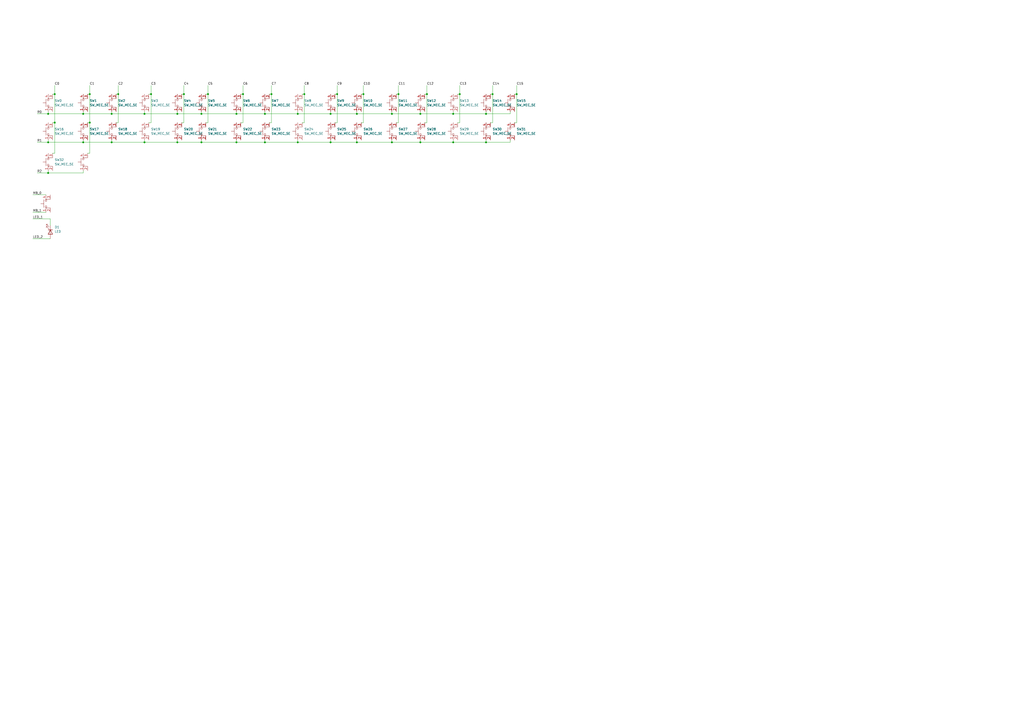
<source format=kicad_sch>
(kicad_sch (version 20231120) (generator "eeschema") (generator_version "8.0")
  (paper "A2")
  (lib_symbols
    (symbol "Device:LED" (pin_numbers hide) (pin_names (offset 1.016) hide)
      (property "Reference" "D" (at 0 2.54 0))
      (property "Value" "LED" (at 0 -2.54 0))
      (symbol "LED_0_1"
        (polyline (pts (xy -1.27 -1.27) (xy -1.27 1.27)) (stroke (width 0.254)))
        (polyline (pts (xy -1.27 0) (xy 1.27 0)))
        (polyline (pts (xy 1.27 -1.27) (xy 1.27 1.27) (xy -1.27 0) (xy 1.27 -1.27)) (stroke (width 0.254)))
        (polyline (pts (xy -3.048 -0.762) (xy -4.572 -2.286) (xy -3.81 -2.286) (xy -4.572 -2.286) (xy -4.572 -1.524)))
        (polyline (pts (xy -1.778 -0.762) (xy -3.302 -2.286) (xy -2.54 -2.286) (xy -3.302 -2.286) (xy -3.302 -1.524)))
      )
      (symbol "LED_1_1"
        (pin passive line (at -3.81 0 0) (length 2.54) (name "K") (number "1"))
        (pin passive line (at 3.81 0 180) (length 2.54) (name "A") (number "2"))
      )
    )
    (symbol "Switch:SW_MEC_5E" (pin_names (offset 1.016) hide)
      (property "Reference" "SW" (at 0.635 5.715 0))
      (property "Value" "SW_MEC_5E" (at 0 -3.175 0))
      (symbol "SW_MEC_5E_0_1"
        (circle (center -1.778 2.54) (radius 0.508))
        (polyline (pts (xy -2.286 3.81) (xy 2.286 3.81)))
        (polyline (pts (xy 0 3.81) (xy 0 5.588)))
        (polyline (pts (xy -2.54 0) (xy -2.54 2.54) (xy -2.286 2.54)))
        (polyline (pts (xy 2.54 0) (xy 2.54 2.54) (xy 2.286 2.54)))
        (circle (center 1.778 2.54) (radius 0.508))
        (pin passive line (at -5.08 2.54 0) (length 2.54) (name "1") (number "1"))
        (pin passive line (at -5.08 0 0) (length 2.54) (name "2") (number "2"))
        (pin passive line (at 5.08 0 180) (length 2.54) (name "K") (number "3"))
        (pin passive line (at 5.08 2.54 180) (length 2.54) (name "A") (number "4"))
      )
    )
  )
  (junction (at 83.82 66.04))
  (junction (at 207.01 82.55))
  (junction (at 227.33 82.55))
  (junction (at 153.67 66.04))
  (junction (at 262.89 66.04))
  (junction (at 191.77 66.04))
  (junction (at 243.84 66.04))
  (junction (at 266.7 54.61))
  (junction (at 157.48 54.61))
  (junction (at 27.94 100.33))
  (junction (at 281.94 66.04))
  (junction (at 52.07 54.61))
  (junction (at 195.58 54.61))
  (junction (at 102.87 66.04))
  (junction (at 262.89 82.55))
  (junction (at 231.14 54.61))
  (junction (at 137.16 82.55))
  (junction (at 191.77 82.55))
  (junction (at 172.72 66.04))
  (junction (at 153.67 82.55))
  (junction (at 243.84 82.55))
  (junction (at 227.33 66.04))
  (junction (at 210.82 54.61))
  (junction (at 116.84 66.04))
  (junction (at 31.75 54.61))
  (junction (at 281.94 82.55))
  (junction (at 27.94 82.55))
  (junction (at 140.97 54.61))
  (junction (at 31.75 71.12))
  (junction (at 176.53 54.61))
  (junction (at 299.72 54.61))
  (junction (at 83.82 82.55))
  (junction (at 247.65 54.61))
  (junction (at 64.77 82.55))
  (junction (at 102.87 82.55))
  (junction (at 120.65 54.61))
  (junction (at 137.16 66.04))
  (junction (at 64.77 66.04))
  (junction (at 48.26 66.04))
  (junction (at 27.94 66.04))
  (junction (at 207.01 66.04))
  (junction (at 116.84 82.55))
  (junction (at 48.26 82.55))
  (junction (at 52.07 71.12))
  (junction (at 172.72 82.55))
  (junction (at 87.63 54.61))
  (junction (at 68.58 54.61))
  (junction (at 106.68 54.61))
  (junction (at 285.75 54.61))
  (wire (pts (xy 106.68 49.53) (xy 106.68 54.61)))
  (wire (pts (xy 87.63 71.12) (xy 86.36 71.12)))
  (wire (pts (xy 176.53 54.61) (xy 176.53 71.12)))
  (wire (pts (xy 50.8 88.9) (xy 52.07 88.9)))
  (wire (pts (xy 31.75 88.9) (xy 30.48 88.9)))
  (wire (pts (xy 19.05 127) (xy 29.21 127)))
  (wire (pts (xy 295.91 81.28) (xy 295.91 82.55)))
  (wire (pts (xy 285.75 49.53) (xy 285.75 54.61)))
  (wire (pts (xy 87.63 49.53) (xy 87.63 54.61)))
  (wire (pts (xy 265.43 54.61) (xy 266.7 54.61)))
  (wire (pts (xy 116.84 66.04) (xy 137.16 66.04)))
  (wire (pts (xy 299.72 71.12) (xy 299.72 54.61)))
  (wire (pts (xy 281.94 82.55) (xy 295.91 82.55)))
  (wire (pts (xy 21.59 100.33) (xy 27.94 100.33)))
  (wire (pts (xy 31.75 54.61) (xy 30.48 54.61)))
  (wire (pts (xy 266.7 71.12) (xy 265.43 71.12)))
  (wire (pts (xy 102.87 66.04) (xy 116.84 66.04)))
  (wire (pts (xy 246.38 71.12) (xy 247.65 71.12)))
  (wire (pts (xy 195.58 71.12) (xy 194.31 71.12)))
  (wire (pts (xy 207.01 81.28) (xy 207.01 82.55)))
  (wire (pts (xy 48.26 99.06) (xy 48.26 100.33)))
  (wire (pts (xy 27.94 82.55) (xy 48.26 82.55)))
  (wire (pts (xy 137.16 64.77) (xy 137.16 66.04)))
  (wire (pts (xy 153.67 82.55) (xy 172.72 82.55)))
  (wire (pts (xy 140.97 54.61) (xy 140.97 71.12)))
  (wire (pts (xy 299.72 54.61) (xy 298.45 54.61)))
  (wire (pts (xy 172.72 64.77) (xy 172.72 66.04)))
  (wire (pts (xy 299.72 49.53) (xy 299.72 54.61)))
  (wire (pts (xy 120.65 49.53) (xy 120.65 54.61)))
  (wire (pts (xy 227.33 82.55) (xy 243.84 82.55)))
  (wire (pts (xy 83.82 64.77) (xy 83.82 66.04)))
  (wire (pts (xy 31.75 71.12) (xy 31.75 88.9)))
  (wire (pts (xy 229.87 54.61) (xy 231.14 54.61)))
  (wire (pts (xy 64.77 82.55) (xy 83.82 82.55)))
  (wire (pts (xy 210.82 49.53) (xy 210.82 54.61)))
  (wire (pts (xy 229.87 71.12) (xy 231.14 71.12)))
  (wire (pts (xy 87.63 54.61) (xy 87.63 71.12)))
  (wire (pts (xy 231.14 49.53) (xy 231.14 54.61)))
  (wire (pts (xy 83.82 82.55) (xy 83.82 81.28)))
  (wire (pts (xy 48.26 64.77) (xy 48.26 66.04)))
  (wire (pts (xy 209.55 71.12) (xy 210.82 71.12)))
  (wire (pts (xy 52.07 49.53) (xy 52.07 54.61)))
  (wire (pts (xy 119.38 71.12) (xy 120.65 71.12)))
  (wire (pts (xy 120.65 71.12) (xy 120.65 54.61)))
  (wire (pts (xy 176.53 71.12) (xy 175.26 71.12)))
  (wire (pts (xy 194.31 54.61) (xy 195.58 54.61)))
  (wire (pts (xy 83.82 66.04) (xy 102.87 66.04)))
  (wire (pts (xy 227.33 64.77) (xy 227.33 66.04)))
  (wire (pts (xy 140.97 49.53) (xy 140.97 54.61)))
  (wire (pts (xy 27.94 66.04) (xy 48.26 66.04)))
  (wire (pts (xy 281.94 81.28) (xy 281.94 82.55)))
  (wire (pts (xy 227.33 66.04) (xy 243.84 66.04)))
  (wire (pts (xy 295.91 64.77) (xy 295.91 66.04)))
  (wire (pts (xy 102.87 82.55) (xy 116.84 82.55)))
  (wire (pts (xy 21.59 66.04) (xy 27.94 66.04)))
  (wire (pts (xy 50.8 71.12) (xy 52.07 71.12)))
  (wire (pts (xy 243.84 66.04) (xy 262.89 66.04)))
  (wire (pts (xy 64.77 66.04) (xy 83.82 66.04)))
  (wire (pts (xy 281.94 66.04) (xy 295.91 66.04)))
  (wire (pts (xy 191.77 64.77) (xy 191.77 66.04)))
  (wire (pts (xy 157.48 49.53) (xy 157.48 54.61)))
  (wire (pts (xy 210.82 54.61) (xy 209.55 54.61)))
  (wire (pts (xy 64.77 64.77) (xy 64.77 66.04)))
  (wire (pts (xy 172.72 82.55) (xy 191.77 82.55)))
  (wire (pts (xy 285.75 54.61) (xy 285.75 71.12)))
  (wire (pts (xy 172.72 82.55) (xy 172.72 81.28)))
  (wire (pts (xy 52.07 54.61) (xy 52.07 71.12)))
  (wire (pts (xy 137.16 66.04) (xy 153.67 66.04)))
  (wire (pts (xy 27.94 81.28) (xy 27.94 82.55)))
  (wire (pts (xy 156.21 71.12) (xy 157.48 71.12)))
  (wire (pts (xy 139.7 71.12) (xy 140.97 71.12)))
  (wire (pts (xy 156.21 54.61) (xy 157.48 54.61)))
  (wire (pts (xy 50.8 54.61) (xy 52.07 54.61)))
  (wire (pts (xy 137.16 82.55) (xy 153.67 82.55)))
  (wire (pts (xy 116.84 81.28) (xy 116.84 82.55)))
  (wire (pts (xy 102.87 64.77) (xy 102.87 66.04)))
  (wire (pts (xy 247.65 49.53) (xy 247.65 54.61)))
  (wire (pts (xy 281.94 64.77) (xy 281.94 66.04)))
  (wire (pts (xy 243.84 64.77) (xy 243.84 66.04)))
  (wire (pts (xy 48.26 82.55) (xy 64.77 82.55)))
  (wire (pts (xy 262.89 64.77) (xy 262.89 66.04)))
  (wire (pts (xy 116.84 64.77) (xy 116.84 66.04)))
  (wire (pts (xy 207.01 66.04) (xy 227.33 66.04)))
  (wire (pts (xy 285.75 71.12) (xy 284.48 71.12)))
  (wire (pts (xy 68.58 71.12) (xy 68.58 54.61)))
  (wire (pts (xy 191.77 66.04) (xy 207.01 66.04)))
  (wire (pts (xy 176.53 49.53) (xy 176.53 54.61)))
  (wire (pts (xy 195.58 49.53) (xy 195.58 54.61)))
  (wire (pts (xy 284.48 54.61) (xy 285.75 54.61)))
  (wire (pts (xy 247.65 71.12) (xy 247.65 54.61)))
  (wire (pts (xy 139.7 54.61) (xy 140.97 54.61)))
  (wire (pts (xy 83.82 82.55) (xy 102.87 82.55)))
  (wire (pts (xy 191.77 82.55) (xy 207.01 82.55)))
  (wire (pts (xy 231.14 54.61) (xy 231.14 71.12)))
  (wire (pts (xy 246.38 54.61) (xy 247.65 54.61)))
  (wire (pts (xy 153.67 82.55) (xy 153.67 81.28)))
  (wire (pts (xy 207.01 64.77) (xy 207.01 66.04)))
  (wire (pts (xy 29.21 130.81) (xy 29.21 127)))
  (wire (pts (xy 30.48 71.12) (xy 31.75 71.12)))
  (wire (pts (xy 172.72 66.04) (xy 191.77 66.04)))
  (wire (pts (xy 48.26 66.04) (xy 64.77 66.04)))
  (wire (pts (xy 105.41 54.61) (xy 106.68 54.61)))
  (wire (pts (xy 31.75 49.53) (xy 31.75 54.61)))
  (wire (pts (xy 153.67 66.04) (xy 172.72 66.04)))
  (wire (pts (xy 21.59 82.55) (xy 27.94 82.55)))
  (wire (pts (xy 227.33 82.55) (xy 227.33 81.28)))
  (wire (pts (xy 243.84 82.55) (xy 262.89 82.55)))
  (wire (pts (xy 120.65 54.61) (xy 119.38 54.61)))
  (wire (pts (xy 243.84 82.55) (xy 243.84 81.28)))
  (wire (pts (xy 48.26 82.55) (xy 48.26 81.28)))
  (wire (pts (xy 106.68 71.12) (xy 105.41 71.12)))
  (wire (pts (xy 27.94 99.06) (xy 27.94 100.33)))
  (wire (pts (xy 86.36 54.61) (xy 87.63 54.61)))
  (wire (pts (xy 52.07 71.12) (xy 52.07 88.9)))
  (wire (pts (xy 137.16 82.55) (xy 137.16 81.28)))
  (wire (pts (xy 27.94 100.33) (xy 48.26 100.33)))
  (wire (pts (xy 266.7 54.61) (xy 266.7 71.12)))
  (wire (pts (xy 67.31 54.61) (xy 68.58 54.61)))
  (wire (pts (xy 175.26 54.61) (xy 176.53 54.61)))
  (wire (pts (xy 116.84 82.55) (xy 137.16 82.55)))
  (wire (pts (xy 195.58 54.61) (xy 195.58 71.12)))
  (wire (pts (xy 67.31 71.12) (xy 68.58 71.12)))
  (wire (pts (xy 27.94 64.77) (xy 27.94 66.04)))
  (wire (pts (xy 19.05 113.03) (xy 26.67 113.03)))
  (wire (pts (xy 153.67 64.77) (xy 153.67 66.04)))
  (wire (pts (xy 262.89 82.55) (xy 262.89 81.28)))
  (wire (pts (xy 157.48 71.12) (xy 157.48 54.61)))
  (wire (pts (xy 68.58 49.53) (xy 68.58 54.61)))
  (wire (pts (xy 262.89 66.04) (xy 281.94 66.04)))
  (wire (pts (xy 298.45 71.12) (xy 299.72 71.12)))
  (wire (pts (xy 19.05 123.19) (xy 26.67 123.19)))
  (wire (pts (xy 19.05 138.43) (xy 29.21 138.43)))
  (wire (pts (xy 262.89 82.55) (xy 281.94 82.55)))
  (wire (pts (xy 266.7 49.53) (xy 266.7 54.61)))
  (wire (pts (xy 64.77 82.55) (xy 64.77 81.28)))
  (wire (pts (xy 207.01 82.55) (xy 227.33 82.55)))
  (wire (pts (xy 191.77 81.28) (xy 191.77 82.55)))
  (wire (pts (xy 106.68 54.61) (xy 106.68 71.12)))
  (wire (pts (xy 210.82 71.12) (xy 210.82 54.61)))
  (wire (pts (xy 102.87 81.28) (xy 102.87 82.55)))
  (wire (pts (xy 31.75 71.12) (xy 31.75 54.61)))
  (label "MB_0" (at 19.05 113.03 0))
  (label "C6" (at 140.97 49.53 0))
  (label "C9" (at 195.58 49.53 0))
  (label "C7" (at 157.48 49.53 0))
  (label "LED_1" (at 19.05 127 0))
  (label "C2" (at 68.58 49.53 0))
  (label "C14" (at 285.75 49.53 0))
  (label "C3" (at 87.63 49.53 0))
  (label "C15" (at 299.72 49.53 0))
  (label "C8" (at 176.53 49.53 0))
  (label "C13" (at 266.7 49.53 0))
  (label "LED_2" (at 19.05 138.43 0))
  (label "R1" (at 21.59 82.55 0))
  (label "C10" (at 210.82 49.53 0))
  (label "C4" (at 106.68 49.53 0))
  (label "C5" (at 120.65 49.53 0))
  (label "C11" (at 231.14 49.53 0))
  (label "MB_1" (at 19.05 123.19 0))
  (label "C0" (at 31.75 49.53 0))
  (label "C12" (at 247.65 49.53 0))
  (label "R0" (at 21.59 66.04 0))
  (label "R2" (at 21.59 100.33 0))
  (label "C1" (at 52.07 49.53 0))
  (symbol (lib_id "Switch:SW_MEC_5E") (at 67.31 59.69 90) (unit 1)
    (property "Reference" "SW2" (at 68.58 58.4199 90) (effects (justify right)))
    (property "Value" "SW_MEC_5E" (at 68.58 60.9599 90) (effects (justify right)))
    (property "Footprint" "Button_Switch_THT:SW_PUSH_6mm" (effects (hide yes)))
    (property "Datasheet" "http://www.apem.com/int/index.php?controller=attachment&id_attachment=1371" (effects (hide yes)))
    (property "Description" "MEC 5E single pole normally-open tactile switch" (effects (hide yes)))
  )
  (symbol (lib_id "Switch:SW_MEC_5E") (at 265.43 76.2 90) (unit 1)
    (property "Reference" "SW29" (at 266.7 74.9299 90) (effects (justify right)))
    (property "Value" "SW_MEC_5E" (at 266.7 77.4699 90) (effects (justify right)))
    (property "Footprint" "Button_Switch_THT:SW_PUSH_6mm" (effects (hide yes)))
    (property "Datasheet" "http://www.apem.com/int/index.php?controller=attachment&id_attachment=1371" (effects (hide yes)))
    (property "Description" "MEC 5E single pole normally-open tactile switch" (effects (hide yes)))
  )
  (symbol (lib_id "Switch:SW_MEC_5E") (at 298.45 59.69 90) (unit 1)
    (property "Reference" "SW15" (at 299.72 58.4199 90) (effects (justify right)))
    (property "Value" "SW_MEC_5E" (at 299.72 60.9599 90) (effects (justify right)))
    (property "Footprint" "Button_Switch_THT:SW_PUSH_6mm" (effects (hide yes)))
    (property "Datasheet" "http://www.apem.com/int/index.php?controller=attachment&id_attachment=1371" (effects (hide yes)))
    (property "Description" "MEC 5E single pole normally-open tactile switch" (effects (hide yes)))
  )
  (symbol (lib_id "Switch:SW_MEC_5E") (at 194.31 59.69 90) (unit 1)
    (property "Reference" "SW9" (at 195.58 58.4199 90) (effects (justify right)))
    (property "Value" "SW_MEC_5E" (at 195.58 60.9599 90) (effects (justify right)))
    (property "Footprint" "Button_Switch_THT:SW_PUSH_6mm" (effects (hide yes)))
    (property "Datasheet" "http://www.apem.com/int/index.php?controller=attachment&id_attachment=1371" (effects (hide yes)))
    (property "Description" "MEC 5E single pole normally-open tactile switch" (effects (hide yes)))
  )
  (symbol (lib_id "Switch:SW_MEC_5E") (at 284.48 76.2 90) (unit 1)
    (property "Reference" "SW30" (at 285.75 74.9299 90) (effects (justify right)))
    (property "Value" "SW_MEC_5E" (at 285.75 77.4699 90) (effects (justify right)))
    (property "Footprint" "Button_Switch_THT:SW_PUSH_6mm" (effects (hide yes)))
    (property "Datasheet" "http://www.apem.com/int/index.php?controller=attachment&id_attachment=1371" (effects (hide yes)))
    (property "Description" "MEC 5E single pole normally-open tactile switch" (effects (hide yes)))
  )
  (symbol (lib_id "Switch:SW_MEC_5E") (at 194.31 76.2 90) (unit 1)
    (property "Reference" "SW25" (at 195.58 74.9299 90) (effects (justify right)))
    (property "Value" "SW_MEC_5E" (at 195.58 77.4699 90) (effects (justify right)))
    (property "Footprint" "Button_Switch_THT:SW_PUSH_6mm" (effects (hide yes)))
    (property "Datasheet" "http://www.apem.com/int/index.php?controller=attachment&id_attachment=1371" (effects (hide yes)))
    (property "Description" "MEC 5E single pole normally-open tactile switch" (effects (hide yes)))
  )
  (symbol (lib_id "Switch:SW_MEC_5E") (at 156.21 59.69 90) (unit 1)
    (property "Reference" "SW7" (at 157.48 58.4199 90) (effects (justify right)))
    (property "Value" "SW_MEC_5E" (at 157.48 60.9599 90) (effects (justify right)))
    (property "Footprint" "Button_Switch_THT:SW_PUSH_6mm" (effects (hide yes)))
    (property "Datasheet" "http://www.apem.com/int/index.php?controller=attachment&id_attachment=1371" (effects (hide yes)))
    (property "Description" "MEC 5E single pole normally-open tactile switch" (effects (hide yes)))
  )
  (symbol (lib_id "Switch:SW_MEC_5E") (at 50.8 93.98 90) (unit 1)
    (property "Reference" "SW33" (effects (hide yes)))
    (property "Value" "SW_MEC_5E" (effects (hide yes)))
    (property "Footprint" "Button_Switch_THT:SW_PUSH_6mm" (effects (hide yes)))
    (property "Datasheet" "http://www.apem.com/int/index.php?controller=attachment&id_attachment=1371" (effects (hide yes)))
    (property "Description" "MEC 5E single pole normally-open tactile switch" (effects (hide yes)))
  )
  (symbol (lib_id "Switch:SW_MEC_5E") (at 105.41 76.2 90) (unit 1)
    (property "Reference" "SW20" (at 106.68 74.9299 90) (effects (justify right)))
    (property "Value" "SW_MEC_5E" (at 106.68 77.4699 90) (effects (justify right)))
    (property "Footprint" "Button_Switch_THT:SW_PUSH_6mm" (effects (hide yes)))
    (property "Datasheet" "http://www.apem.com/int/index.php?controller=attachment&id_attachment=1371" (effects (hide yes)))
    (property "Description" "MEC 5E single pole normally-open tactile switch" (effects (hide yes)))
  )
  (symbol (lib_id "Switch:SW_MEC_5E") (at 139.7 76.2 90) (unit 1)
    (property "Reference" "SW22" (at 140.97 74.9299 90) (effects (justify right)))
    (property "Value" "SW_MEC_5E" (at 140.97 77.4699 90) (effects (justify right)))
    (property "Footprint" "Button_Switch_THT:SW_PUSH_6mm" (effects (hide yes)))
    (property "Datasheet" "http://www.apem.com/int/index.php?controller=attachment&id_attachment=1371" (effects (hide yes)))
    (property "Description" "MEC 5E single pole normally-open tactile switch" (effects (hide yes)))
  )
  (symbol (lib_id "Switch:SW_MEC_5E") (at 86.36 76.2 90) (unit 1)
    (property "Reference" "SW19" (at 87.63 74.9299 90) (effects (justify right)))
    (property "Value" "SW_MEC_5E" (at 87.63 77.4699 90) (effects (justify right)))
    (property "Footprint" "Button_Switch_THT:SW_PUSH_6mm" (effects (hide yes)))
    (property "Datasheet" "http://www.apem.com/int/index.php?controller=attachment&id_attachment=1371" (effects (hide yes)))
    (property "Description" "MEC 5E single pole normally-open tactile switch" (effects (hide yes)))
  )
  (symbol (lib_id "Switch:SW_MEC_5E") (at 156.21 76.2 90) (unit 1)
    (property "Reference" "SW23" (at 157.48 74.9299 90) (effects (justify right)))
    (property "Value" "SW_MEC_5E" (at 157.48 77.4699 90) (effects (justify right)))
    (property "Footprint" "Button_Switch_THT:SW_PUSH_6mm" (effects (hide yes)))
    (property "Datasheet" "http://www.apem.com/int/index.php?controller=attachment&id_attachment=1371" (effects (hide yes)))
    (property "Description" "MEC 5E single pole normally-open tactile switch" (effects (hide yes)))
  )
  (symbol (lib_id "Switch:SW_MEC_5E") (at 119.38 59.69 90) (unit 1)
    (property "Reference" "SW5" (at 120.65 58.4199 90) (effects (justify right)))
    (property "Value" "SW_MEC_5E" (at 120.65 60.9599 90) (effects (justify right)))
    (property "Footprint" "Button_Switch_THT:SW_PUSH_6mm" (effects (hide yes)))
    (property "Datasheet" "http://www.apem.com/int/index.php?controller=attachment&id_attachment=1371" (effects (hide yes)))
    (property "Description" "MEC 5E single pole normally-open tactile switch" (effects (hide yes)))
  )
  (symbol (lib_id "Switch:SW_MEC_5E") (at 86.36 59.69 90) (unit 1)
    (property "Reference" "SW3" (at 87.63 58.4199 90) (effects (justify right)))
    (property "Value" "SW_MEC_5E" (at 87.63 60.9599 90) (effects (justify right)))
    (property "Footprint" "Button_Switch_THT:SW_PUSH_6mm" (effects (hide yes)))
    (property "Datasheet" "http://www.apem.com/int/index.php?controller=attachment&id_attachment=1371" (effects (hide yes)))
    (property "Description" "MEC 5E single pole normally-open tactile switch" (effects (hide yes)))
  )
  (symbol (lib_id "Switch:SW_MEC_5E") (at 119.38 76.2 90) (unit 1)
    (property "Reference" "SW21" (at 120.65 74.9299 90) (effects (justify right)))
    (property "Value" "SW_MEC_5E" (at 120.65 77.4699 90) (effects (justify right)))
    (property "Footprint" "Button_Switch_THT:SW_PUSH_6mm" (effects (hide yes)))
    (property "Datasheet" "http://www.apem.com/int/index.php?controller=attachment&id_attachment=1371" (effects (hide yes)))
    (property "Description" "MEC 5E single pole normally-open tactile switch" (effects (hide yes)))
  )
  (symbol (lib_id "Switch:SW_MEC_5E") (at 29.21 118.11 90) (unit 1)
    (property "Reference" "SW34" (effects (hide yes)))
    (property "Value" "SW_MEC_5E" (effects (hide yes)))
    (property "Footprint" "Button_Switch_THT:SW_PUSH_6mm" (effects (hide yes)))
    (property "Datasheet" "http://www.apem.com/int/index.php?controller=attachment&id_attachment=1371" (effects (hide yes)))
    (property "Description" "MEC 5E single pole normally-open tactile switch" (effects (hide yes)))
  )
  (symbol (lib_id "Switch:SW_MEC_5E") (at 265.43 59.69 90) (unit 1)
    (property "Reference" "SW13" (at 266.7 58.4199 90) (effects (justify right)))
    (property "Value" "SW_MEC_5E" (at 266.7 60.9599 90) (effects (justify right)))
    (property "Footprint" "Button_Switch_THT:SW_PUSH_6mm" (effects (hide yes)))
    (property "Datasheet" "http://www.apem.com/int/index.php?controller=attachment&id_attachment=1371" (effects (hide yes)))
    (property "Description" "MEC 5E single pole normally-open tactile switch" (effects (hide yes)))
  )
  (symbol (lib_id "Device:LED") (at 29.21 134.62 270) (unit 1)
    (property "Reference" "D1" (at 31.75 131.7624 90) (effects (justify left)))
    (property "Value" "LED" (at 31.75 134.3024 90) (effects (justify left)))
    (property "Description" "Light emitting diode" (effects (hide yes)))
  )
  (symbol (lib_id "Switch:SW_MEC_5E") (at 30.48 59.69 90) (unit 1)
    (property "Reference" "SW0" (at 31.75 58.4199 90) (effects (justify right)))
    (property "Value" "SW_MEC_5E" (at 31.75 60.9599 90) (effects (justify right)))
    (property "Footprint" "Button_Switch_THT:SW_PUSH_6mm" (effects (hide yes)))
    (property "Datasheet" "http://www.apem.com/int/index.php?controller=attachment&id_attachment=1371" (effects (hide yes)))
    (property "Description" "MEC 5E single pole normally-open tactile switch" (effects (hide yes)))
  )
  (symbol (lib_id "Switch:SW_MEC_5E") (at 175.26 59.69 90) (unit 1)
    (property "Reference" "SW8" (at 176.53 58.4199 90) (effects (justify right)))
    (property "Value" "SW_MEC_5E" (at 176.53 60.9599 90) (effects (justify right)))
    (property "Footprint" "Button_Switch_THT:SW_PUSH_6mm" (effects (hide yes)))
    (property "Datasheet" "http://www.apem.com/int/index.php?controller=attachment&id_attachment=1371" (effects (hide yes)))
    (property "Description" "MEC 5E single pole normally-open tactile switch" (effects (hide yes)))
  )
  (symbol (lib_id "Switch:SW_MEC_5E") (at 105.41 59.69 90) (unit 1)
    (property "Reference" "SW4" (at 106.68 58.4199 90) (effects (justify right)))
    (property "Value" "SW_MEC_5E" (at 106.68 60.9599 90) (effects (justify right)))
    (property "Footprint" "Button_Switch_THT:SW_PUSH_6mm" (effects (hide yes)))
    (property "Datasheet" "http://www.apem.com/int/index.php?controller=attachment&id_attachment=1371" (effects (hide yes)))
    (property "Description" "MEC 5E single pole normally-open tactile switch" (effects (hide yes)))
  )
  (symbol (lib_id "Switch:SW_MEC_5E") (at 50.8 59.69 90) (unit 1)
    (property "Reference" "SW1" (at 52.07 58.4199 90) (effects (justify right)))
    (property "Value" "SW_MEC_5E" (at 52.07 60.9599 90) (effects (justify right)))
    (property "Footprint" "Button_Switch_THT:SW_PUSH_6mm" (effects (hide yes)))
    (property "Datasheet" "http://www.apem.com/int/index.php?controller=attachment&id_attachment=1371" (effects (hide yes)))
    (property "Description" "MEC 5E single pole normally-open tactile switch" (effects (hide yes)))
  )
  (symbol (lib_id "Switch:SW_MEC_5E") (at 30.48 76.2 90) (unit 1)
    (property "Reference" "SW16" (at 31.75 74.9299 90) (effects (justify right)))
    (property "Value" "SW_MEC_5E" (at 31.75 77.4699 90) (effects (justify right)))
    (property "Footprint" "Button_Switch_THT:SW_PUSH_6mm" (effects (hide yes)))
    (property "Datasheet" "http://www.apem.com/int/index.php?controller=attachment&id_attachment=1371" (effects (hide yes)))
    (property "Description" "MEC 5E single pole normally-open tactile switch" (effects (hide yes)))
  )
  (symbol (lib_id "Switch:SW_MEC_5E") (at 67.31 76.2 90) (unit 1)
    (property "Reference" "SW18" (at 68.58 74.9299 90) (effects (justify right)))
    (property "Value" "SW_MEC_5E" (at 68.58 77.4699 90) (effects (justify right)))
    (property "Footprint" "Button_Switch_THT:SW_PUSH_6mm" (effects (hide yes)))
    (property "Datasheet" "http://www.apem.com/int/index.php?controller=attachment&id_attachment=1371" (effects (hide yes)))
    (property "Description" "MEC 5E single pole normally-open tactile switch" (effects (hide yes)))
  )
  (symbol (lib_id "Switch:SW_MEC_5E") (at 246.38 76.2 90) (unit 1)
    (property "Reference" "SW28" (at 247.65 74.9299 90) (effects (justify right)))
    (property "Value" "SW_MEC_5E" (at 247.65 77.4699 90) (effects (justify right)))
    (property "Footprint" "Button_Switch_THT:SW_PUSH_6mm" (effects (hide yes)))
    (property "Datasheet" "http://www.apem.com/int/index.php?controller=attachment&id_attachment=1371" (effects (hide yes)))
    (property "Description" "MEC 5E single pole normally-open tactile switch" (effects (hide yes)))
  )
  (symbol (lib_id "Switch:SW_MEC_5E") (at 298.45 76.2 90) (unit 1)
    (property "Reference" "SW31" (at 299.72 74.9299 90) (effects (justify right)))
    (property "Value" "SW_MEC_5E" (at 299.72 77.4699 90) (effects (justify right)))
    (property "Footprint" "Button_Switch_THT:SW_PUSH_6mm" (effects (hide yes)))
    (property "Datasheet" "http://www.apem.com/int/index.php?controller=attachment&id_attachment=1371" (effects (hide yes)))
    (property "Description" "MEC 5E single pole normally-open tactile switch" (effects (hide yes)))
  )
  (symbol (lib_id "Switch:SW_MEC_5E") (at 246.38 59.69 90) (unit 1)
    (property "Reference" "SW12" (at 247.65 58.4199 90) (effects (justify right)))
    (property "Value" "SW_MEC_5E" (at 247.65 60.9599 90) (effects (justify right)))
    (property "Footprint" "Button_Switch_THT:SW_PUSH_6mm" (effects (hide yes)))
    (property "Datasheet" "http://www.apem.com/int/index.php?controller=attachment&id_attachment=1371" (effects (hide yes)))
    (property "Description" "MEC 5E single pole normally-open tactile switch" (effects (hide yes)))
  )
  (symbol (lib_id "Switch:SW_MEC_5E") (at 139.7 59.69 90) (unit 1)
    (property "Reference" "SW6" (at 140.97 58.4199 90) (effects (justify right)))
    (property "Value" "SW_MEC_5E" (at 140.97 60.9599 90) (effects (justify right)))
    (property "Footprint" "Button_Switch_THT:SW_PUSH_6mm" (effects (hide yes)))
    (property "Datasheet" "http://www.apem.com/int/index.php?controller=attachment&id_attachment=1371" (effects (hide yes)))
    (property "Description" "MEC 5E single pole normally-open tactile switch" (effects (hide yes)))
  )
  (symbol (lib_id "Switch:SW_MEC_5E") (at 209.55 59.69 90) (unit 1)
    (property "Reference" "SW10" (at 210.82 58.4199 90) (effects (justify right)))
    (property "Value" "SW_MEC_5E" (at 210.82 60.9599 90) (effects (justify right)))
    (property "Footprint" "Button_Switch_THT:SW_PUSH_6mm" (effects (hide yes)))
    (property "Datasheet" "http://www.apem.com/int/index.php?controller=attachment&id_attachment=1371" (effects (hide yes)))
    (property "Description" "MEC 5E single pole normally-open tactile switch" (effects (hide yes)))
  )
  (symbol (lib_id "Switch:SW_MEC_5E") (at 175.26 76.2 90) (unit 1)
    (property "Reference" "SW24" (at 176.53 74.9299 90) (effects (justify right)))
    (property "Value" "SW_MEC_5E" (at 176.53 77.4699 90) (effects (justify right)))
    (property "Footprint" "Button_Switch_THT:SW_PUSH_6mm" (effects (hide yes)))
    (property "Datasheet" "http://www.apem.com/int/index.php?controller=attachment&id_attachment=1371" (effects (hide yes)))
    (property "Description" "MEC 5E single pole normally-open tactile switch" (effects (hide yes)))
  )
  (symbol (lib_id "Switch:SW_MEC_5E") (at 229.87 59.69 90) (unit 1)
    (property "Reference" "SW11" (at 231.14 58.4199 90) (effects (justify right)))
    (property "Value" "SW_MEC_5E" (at 231.14 60.9599 90) (effects (justify right)))
    (property "Footprint" "Button_Switch_THT:SW_PUSH_6mm" (effects (hide yes)))
    (property "Datasheet" "http://www.apem.com/int/index.php?controller=attachment&id_attachment=1371" (effects (hide yes)))
    (property "Description" "MEC 5E single pole normally-open tactile switch" (effects (hide yes)))
  )
  (symbol (lib_id "Switch:SW_MEC_5E") (at 50.8 76.2 90) (unit 1)
    (property "Reference" "SW17" (at 52.07 74.9299 90) (effects (justify right)))
    (property "Value" "SW_MEC_5E" (at 52.07 77.4699 90) (effects (justify right)))
    (property "Footprint" "Button_Switch_THT:SW_PUSH_6mm" (effects (hide yes)))
    (property "Datasheet" "http://www.apem.com/int/index.php?controller=attachment&id_attachment=1371" (effects (hide yes)))
    (property "Description" "MEC 5E single pole normally-open tactile switch" (effects (hide yes)))
  )
  (symbol (lib_id "Switch:SW_MEC_5E") (at 209.55 76.2 90) (unit 1)
    (property "Reference" "SW26" (at 210.82 74.9299 90) (effects (justify right)))
    (property "Value" "SW_MEC_5E" (at 210.82 77.4699 90) (effects (justify right)))
    (property "Footprint" "Button_Switch_THT:SW_PUSH_6mm" (effects (hide yes)))
    (property "Datasheet" "http://www.apem.com/int/index.php?controller=attachment&id_attachment=1371" (effects (hide yes)))
    (property "Description" "MEC 5E single pole normally-open tactile switch" (effects (hide yes)))
  )
  (symbol (lib_id "Switch:SW_MEC_5E") (at 284.48 59.69 90) (unit 1)
    (property "Reference" "SW14" (at 285.75 58.4199 90) (effects (justify right)))
    (property "Value" "SW_MEC_5E" (at 285.75 60.9599 90) (effects (justify right)))
    (property "Footprint" "Button_Switch_THT:SW_PUSH_6mm" (effects (hide yes)))
    (property "Datasheet" "http://www.apem.com/int/index.php?controller=attachment&id_attachment=1371" (effects (hide yes)))
    (property "Description" "MEC 5E single pole normally-open tactile switch" (effects (hide yes)))
  )
  (symbol (lib_id "Switch:SW_MEC_5E") (at 30.48 93.98 90) (unit 1)
    (property "Reference" "SW32" (at 31.75 92.7099 90) (effects (justify right)))
    (property "Value" "SW_MEC_5E" (at 31.75 95.2499 90) (effects (justify right)))
    (property "Footprint" "Button_Switch_THT:SW_PUSH_6mm" (effects (hide yes)))
    (property "Datasheet" "http://www.apem.com/int/index.php?controller=attachment&id_attachment=1371" (effects (hide yes)))
    (property "Description" "MEC 5E single pole normally-open tactile switch" (effects (hide yes)))
  )
  (symbol (lib_id "Switch:SW_MEC_5E") (at 229.87 76.2 90) (unit 1)
    (property "Reference" "SW27" (at 231.14 74.9299 90) (effects (justify right)))
    (property "Value" "SW_MEC_5E" (at 231.14 77.4699 90) (effects (justify right)))
    (property "Footprint" "Button_Switch_THT:SW_PUSH_6mm" (effects (hide yes)))
    (property "Datasheet" "http://www.apem.com/int/index.php?controller=attachment&id_attachment=1371" (effects (hide yes)))
    (property "Description" "MEC 5E single pole normally-open tactile switch" (effects (hide yes)))
  )
)
</source>
